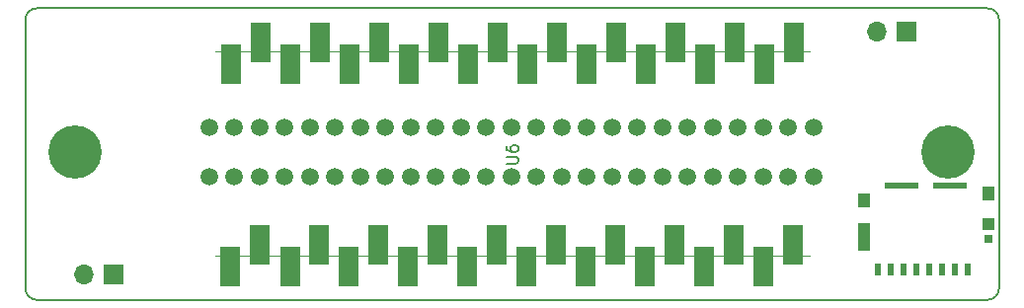
<source format=gts>
%TF.GenerationSoftware,KiCad,Pcbnew,7.0.9*%
%TF.CreationDate,2024-01-13T12:33:37-06:00*%
%TF.ProjectId,SillyTinySCSI,53696c6c-7954-4696-9e79-534353492e6b,V2.0*%
%TF.SameCoordinates,Original*%
%TF.FileFunction,Soldermask,Top*%
%TF.FilePolarity,Negative*%
%FSLAX46Y46*%
G04 Gerber Fmt 4.6, Leading zero omitted, Abs format (unit mm)*
G04 Created by KiCad (PCBNEW 7.0.9) date 2024-01-13 12:33:37*
%MOMM*%
%LPD*%
G01*
G04 APERTURE LIST*
%ADD10R,2.910000X0.550000*%
%ADD11R,0.500000X1.000000*%
%ADD12R,0.720000X0.780000*%
%ADD13R,1.050000X1.200000*%
%ADD14R,1.050000X2.390000*%
%ADD15R,1.050000X1.080000*%
%ADD16R,1.700000X3.500000*%
%ADD17R,1.700000X3.460000*%
%ADD18R,1.720000X3.460000*%
%ADD19C,1.500000*%
%ADD20C,4.575000*%
%ADD21R,1.700000X1.700000*%
%ADD22O,1.700000X1.700000*%
%TA.AperFunction,Profile*%
%ADD23C,0.150000*%
%TD*%
%ADD24C,0.150000*%
%ADD25C,0.100000*%
G04 APERTURE END LIST*
D10*
X168115000Y-65455000D03*
X172305000Y-65455000D03*
D11*
X173810000Y-72690000D03*
X172710000Y-72690000D03*
X171610000Y-72690000D03*
X170510000Y-72690000D03*
X169410000Y-72690000D03*
X168310000Y-72690000D03*
X167210000Y-72690000D03*
X166110000Y-72690000D03*
D12*
X175570000Y-70010000D03*
D13*
X164935000Y-66700000D03*
D14*
X164935000Y-69885000D03*
D15*
X175570000Y-68740000D03*
D13*
X175580000Y-66130000D03*
D16*
X110590000Y-72440000D03*
D17*
X113130000Y-70570000D03*
D16*
X115720000Y-72440000D03*
D17*
X118210000Y-70570000D03*
D16*
X120720000Y-72440000D03*
D17*
X123290000Y-70570000D03*
D16*
X125830000Y-72440000D03*
D17*
X128370000Y-70570000D03*
D16*
X130910000Y-72440000D03*
D17*
X133450000Y-70570000D03*
D16*
X135990000Y-72440000D03*
D17*
X138530000Y-70570000D03*
D16*
X141070000Y-72440000D03*
D17*
X143610000Y-70570000D03*
D16*
X146150000Y-72440000D03*
D17*
X148690000Y-70570000D03*
D16*
X151220000Y-72440000D03*
D17*
X153770000Y-70570000D03*
D16*
X156310000Y-72440000D03*
D18*
X158860000Y-70570000D03*
D16*
X158930000Y-53200000D03*
D17*
X156390000Y-55070000D03*
D16*
X153850000Y-53200000D03*
D17*
X151310000Y-55070000D03*
D16*
X148770000Y-53200000D03*
D17*
X146230000Y-55070000D03*
D16*
X143690000Y-53200000D03*
D17*
X141150000Y-55070000D03*
D16*
X138610000Y-53200000D03*
D17*
X136070000Y-55070000D03*
D16*
X133530000Y-53200000D03*
D17*
X130990000Y-55070000D03*
D16*
X128450000Y-53200000D03*
D17*
X125910000Y-55070000D03*
D16*
X123370000Y-53200000D03*
D17*
X120830000Y-55070000D03*
D16*
X118300000Y-53200000D03*
D17*
X115750000Y-55070000D03*
D16*
X113210000Y-53200000D03*
D17*
X110670000Y-55070000D03*
D19*
X108750000Y-64730000D03*
X110910000Y-64730000D03*
X113070000Y-64730000D03*
X115230000Y-64730000D03*
X117390000Y-64730000D03*
X119550000Y-64730000D03*
X121710000Y-64730000D03*
X123870000Y-64730000D03*
X126030000Y-64730000D03*
X128190000Y-64730000D03*
X130350000Y-64730000D03*
X132510000Y-64730000D03*
X134670000Y-64730000D03*
X136830000Y-64730000D03*
X138990000Y-64730000D03*
X141150000Y-64730000D03*
X143310000Y-64730000D03*
X145470000Y-64730000D03*
X147630000Y-64730000D03*
X149790000Y-64730000D03*
X151950000Y-64730000D03*
X154110000Y-64730000D03*
X156270000Y-64730000D03*
X158430000Y-64730000D03*
X160590000Y-64730000D03*
X108750000Y-60440000D03*
X110910000Y-60440000D03*
X113070000Y-60440000D03*
X115230000Y-60440000D03*
X117390000Y-60440000D03*
X119550000Y-60440000D03*
X121710000Y-60440000D03*
X123870000Y-60440000D03*
X126030000Y-60440000D03*
X128190000Y-60440000D03*
X130350000Y-60440000D03*
X132510000Y-60440000D03*
X134670000Y-60440000D03*
X136830000Y-60440000D03*
X138990000Y-60440000D03*
X141150000Y-60440000D03*
X143310000Y-60440000D03*
X145470000Y-60440000D03*
X147630000Y-60440000D03*
X149790000Y-60440000D03*
X151950000Y-60440000D03*
X154110000Y-60440000D03*
X156270000Y-60440000D03*
X158430000Y-60440000D03*
X160590000Y-60440000D03*
D20*
X97245000Y-62585000D03*
X172095000Y-62585000D03*
D21*
X100570000Y-73115000D03*
D22*
X98030000Y-73115000D03*
D21*
X168595000Y-52260000D03*
D22*
X166055000Y-52260000D03*
D23*
X176500000Y-51250000D02*
G75*
G03*
X175499999Y-50250000I-1000000J0D01*
G01*
X93000000Y-51250000D02*
X93000000Y-74250001D01*
X94000000Y-50250000D02*
G75*
G03*
X93000000Y-51250000I0J-1000000D01*
G01*
X176499999Y-74249999D02*
X176500000Y-51250000D01*
X92999999Y-74250001D02*
G75*
G03*
X94000000Y-75250001I1000001J1D01*
G01*
X94000000Y-50250000D02*
X175499999Y-50250000D01*
X175499999Y-75249999D02*
X94000000Y-75250001D01*
X175499999Y-75249999D02*
G75*
G03*
X176499999Y-74249999I1J999999D01*
G01*
D24*
X134254819Y-63561904D02*
X135064342Y-63561904D01*
X135064342Y-63561904D02*
X135159580Y-63514285D01*
X135159580Y-63514285D02*
X135207200Y-63466666D01*
X135207200Y-63466666D02*
X135254819Y-63371428D01*
X135254819Y-63371428D02*
X135254819Y-63180952D01*
X135254819Y-63180952D02*
X135207200Y-63085714D01*
X135207200Y-63085714D02*
X135159580Y-63038095D01*
X135159580Y-63038095D02*
X135064342Y-62990476D01*
X135064342Y-62990476D02*
X134254819Y-62990476D01*
X134254819Y-62085714D02*
X134254819Y-62276190D01*
X134254819Y-62276190D02*
X134302438Y-62371428D01*
X134302438Y-62371428D02*
X134350057Y-62419047D01*
X134350057Y-62419047D02*
X134492914Y-62514285D01*
X134492914Y-62514285D02*
X134683390Y-62561904D01*
X134683390Y-62561904D02*
X135064342Y-62561904D01*
X135064342Y-62561904D02*
X135159580Y-62514285D01*
X135159580Y-62514285D02*
X135207200Y-62466666D01*
X135207200Y-62466666D02*
X135254819Y-62371428D01*
X135254819Y-62371428D02*
X135254819Y-62180952D01*
X135254819Y-62180952D02*
X135207200Y-62085714D01*
X135207200Y-62085714D02*
X135159580Y-62038095D01*
X135159580Y-62038095D02*
X135064342Y-61990476D01*
X135064342Y-61990476D02*
X134826247Y-61990476D01*
X134826247Y-61990476D02*
X134731009Y-62038095D01*
X134731009Y-62038095D02*
X134683390Y-62085714D01*
X134683390Y-62085714D02*
X134635771Y-62180952D01*
X134635771Y-62180952D02*
X134635771Y-62371428D01*
X134635771Y-62371428D02*
X134683390Y-62466666D01*
X134683390Y-62466666D02*
X134731009Y-62514285D01*
X134731009Y-62514285D02*
X134826247Y-62561904D01*
D25*
X109297723Y-71457167D02*
X160297723Y-71457167D01*
X109297723Y-53957167D02*
X160297723Y-53957167D01*
M02*

</source>
